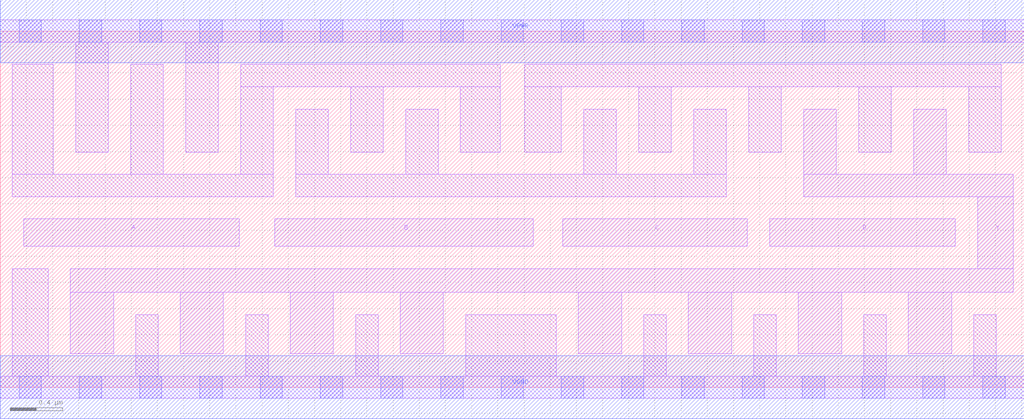
<source format=lef>
# Copyright 2020 The SkyWater PDK Authors
#
# Licensed under the Apache License, Version 2.0 (the "License");
# you may not use this file except in compliance with the License.
# You may obtain a copy of the License at
#
#     https://www.apache.org/licenses/LICENSE-2.0
#
# Unless required by applicable law or agreed to in writing, software
# distributed under the License is distributed on an "AS IS" BASIS,
# WITHOUT WARRANTIES OR CONDITIONS OF ANY KIND, either express or implied.
# See the License for the specific language governing permissions and
# limitations under the License.
#
# SPDX-License-Identifier: Apache-2.0

VERSION 5.7 ;
  NOWIREEXTENSIONATPIN ON ;
  DIVIDERCHAR "/" ;
  BUSBITCHARS "[]" ;
UNITS
  DATABASE MICRONS 200 ;
END UNITS
MACRO sky130_fd_sc_hd__nor4_4
  CLASS CORE ;
  FOREIGN sky130_fd_sc_hd__nor4_4 ;
  ORIGIN  0.000000  0.000000 ;
  SIZE  7.820000 BY  2.720000 ;
  SYMMETRY X Y R90 ;
  SITE unithd ;
  PIN A
    ANTENNAGATEAREA  0.990000 ;
    DIRECTION INPUT ;
    USE SIGNAL ;
    PORT
      LAYER li1 ;
        RECT 0.180000 1.075000 1.825000 1.285000 ;
    END
  END A
  PIN B
    ANTENNAGATEAREA  0.990000 ;
    DIRECTION INPUT ;
    USE SIGNAL ;
    PORT
      LAYER li1 ;
        RECT 2.095000 1.075000 4.070000 1.285000 ;
    END
  END B
  PIN C
    ANTENNAGATEAREA  0.990000 ;
    DIRECTION INPUT ;
    USE SIGNAL ;
    PORT
      LAYER li1 ;
        RECT 4.295000 1.075000 5.705000 1.285000 ;
    END
  END C
  PIN D
    ANTENNAGATEAREA  0.990000 ;
    DIRECTION INPUT ;
    USE SIGNAL ;
    PORT
      LAYER li1 ;
        RECT 5.875000 1.075000 7.295000 1.285000 ;
    END
  END D
  PIN Y
    ANTENNADIFFAREA  1.944000 ;
    DIRECTION OUTPUT ;
    USE SIGNAL ;
    PORT
      LAYER li1 ;
        RECT 0.535000 0.255000 0.865000 0.725000 ;
        RECT 0.535000 0.725000 7.735000 0.905000 ;
        RECT 1.375000 0.255000 1.705000 0.725000 ;
        RECT 2.215000 0.255000 2.545000 0.725000 ;
        RECT 3.055000 0.255000 3.385000 0.725000 ;
        RECT 4.415000 0.255000 4.745000 0.725000 ;
        RECT 5.255000 0.255000 5.585000 0.725000 ;
        RECT 6.095000 0.255000 6.425000 0.725000 ;
        RECT 6.135000 1.455000 7.735000 1.625000 ;
        RECT 6.135000 1.625000 6.385000 2.125000 ;
        RECT 6.935000 0.255000 7.265000 0.725000 ;
        RECT 6.975000 1.625000 7.225000 2.125000 ;
        RECT 7.465000 0.905000 7.735000 1.455000 ;
    END
  END Y
  PIN VGND
    DIRECTION INOUT ;
    SHAPE ABUTMENT ;
    USE GROUND ;
    PORT
      LAYER met1 ;
        RECT 0.000000 -0.240000 7.820000 0.240000 ;
    END
  END VGND
  PIN VPWR
    DIRECTION INOUT ;
    SHAPE ABUTMENT ;
    USE POWER ;
    PORT
      LAYER met1 ;
        RECT 0.000000 2.480000 7.820000 2.960000 ;
    END
  END VPWR
  OBS
    LAYER li1 ;
      RECT 0.000000 -0.085000 7.820000 0.085000 ;
      RECT 0.000000  2.635000 7.820000 2.805000 ;
      RECT 0.090000  0.085000 0.365000 0.905000 ;
      RECT 0.090000  1.455000 2.085000 1.625000 ;
      RECT 0.090000  1.625000 0.405000 2.465000 ;
      RECT 0.575000  1.795000 0.825000 2.635000 ;
      RECT 0.995000  1.625000 1.245000 2.465000 ;
      RECT 1.035000  0.085000 1.205000 0.555000 ;
      RECT 1.415000  1.795000 1.665000 2.635000 ;
      RECT 1.835000  1.625000 2.085000 2.295000 ;
      RECT 1.835000  2.295000 3.820000 2.465000 ;
      RECT 1.875000  0.085000 2.045000 0.555000 ;
      RECT 2.255000  1.455000 5.545000 1.625000 ;
      RECT 2.255000  1.625000 2.505000 2.125000 ;
      RECT 2.675000  1.795000 2.925000 2.295000 ;
      RECT 2.715000  0.085000 2.885000 0.555000 ;
      RECT 3.095000  1.625000 3.345000 2.125000 ;
      RECT 3.515000  1.795000 3.820000 2.295000 ;
      RECT 3.555000  0.085000 4.245000 0.555000 ;
      RECT 4.005000  1.795000 4.285000 2.295000 ;
      RECT 4.005000  2.295000 7.645000 2.465000 ;
      RECT 4.455000  1.625000 4.705000 2.125000 ;
      RECT 4.875000  1.795000 5.125000 2.295000 ;
      RECT 4.915000  0.085000 5.085000 0.555000 ;
      RECT 5.295000  1.625000 5.545000 2.125000 ;
      RECT 5.715000  1.795000 5.965000 2.295000 ;
      RECT 5.755000  0.085000 5.925000 0.555000 ;
      RECT 6.555000  1.795000 6.805000 2.295000 ;
      RECT 6.595000  0.085000 6.765000 0.555000 ;
      RECT 7.395000  1.795000 7.645000 2.295000 ;
      RECT 7.435000  0.085000 7.605000 0.555000 ;
    LAYER mcon ;
      RECT 0.145000 -0.085000 0.315000 0.085000 ;
      RECT 0.145000  2.635000 0.315000 2.805000 ;
      RECT 0.605000 -0.085000 0.775000 0.085000 ;
      RECT 0.605000  2.635000 0.775000 2.805000 ;
      RECT 1.065000 -0.085000 1.235000 0.085000 ;
      RECT 1.065000  2.635000 1.235000 2.805000 ;
      RECT 1.525000 -0.085000 1.695000 0.085000 ;
      RECT 1.525000  2.635000 1.695000 2.805000 ;
      RECT 1.985000 -0.085000 2.155000 0.085000 ;
      RECT 1.985000  2.635000 2.155000 2.805000 ;
      RECT 2.445000 -0.085000 2.615000 0.085000 ;
      RECT 2.445000  2.635000 2.615000 2.805000 ;
      RECT 2.905000 -0.085000 3.075000 0.085000 ;
      RECT 2.905000  2.635000 3.075000 2.805000 ;
      RECT 3.365000 -0.085000 3.535000 0.085000 ;
      RECT 3.365000  2.635000 3.535000 2.805000 ;
      RECT 3.825000 -0.085000 3.995000 0.085000 ;
      RECT 3.825000  2.635000 3.995000 2.805000 ;
      RECT 4.285000 -0.085000 4.455000 0.085000 ;
      RECT 4.285000  2.635000 4.455000 2.805000 ;
      RECT 4.745000 -0.085000 4.915000 0.085000 ;
      RECT 4.745000  2.635000 4.915000 2.805000 ;
      RECT 5.205000 -0.085000 5.375000 0.085000 ;
      RECT 5.205000  2.635000 5.375000 2.805000 ;
      RECT 5.665000 -0.085000 5.835000 0.085000 ;
      RECT 5.665000  2.635000 5.835000 2.805000 ;
      RECT 6.125000 -0.085000 6.295000 0.085000 ;
      RECT 6.125000  2.635000 6.295000 2.805000 ;
      RECT 6.585000 -0.085000 6.755000 0.085000 ;
      RECT 6.585000  2.635000 6.755000 2.805000 ;
      RECT 7.045000 -0.085000 7.215000 0.085000 ;
      RECT 7.045000  2.635000 7.215000 2.805000 ;
      RECT 7.505000 -0.085000 7.675000 0.085000 ;
      RECT 7.505000  2.635000 7.675000 2.805000 ;
  END
END sky130_fd_sc_hd__nor4_4
END LIBRARY

</source>
